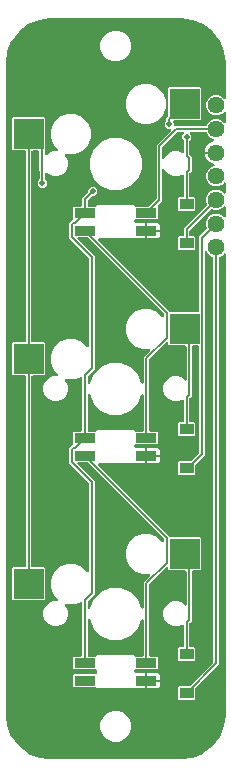
<source format=gbl>
G04 EAGLE Gerber RS-274X export*
G75*
%MOMM*%
%FSLAX34Y34*%
%LPD*%
%INBottom Copper*%
%IPPOS*%
%AMOC8*
5,1,8,0,0,1.08239X$1,22.5*%
G01*
G04 Define Apertures*
%ADD10C,1.440000*%
%ADD11R,1.220000X0.910000*%
%ADD12R,2.500000X2.550000*%
%ADD13R,1.800000X0.820000*%
%ADD14C,0.502400*%
%ADD15C,0.200000*%
G36*
X55381Y-313741D02*
X55250Y-313750D01*
X-55250Y-313750D01*
X-55381Y-313741D01*
X-64957Y-312481D01*
X-65209Y-312413D01*
X-74133Y-308717D01*
X-74359Y-308586D01*
X-82022Y-302706D01*
X-82206Y-302522D01*
X-88086Y-294859D01*
X-88217Y-294633D01*
X-91913Y-285709D01*
X-91981Y-285457D01*
X-93241Y-275881D01*
X-93250Y-275750D01*
X-93250Y275750D01*
X-93241Y275881D01*
X-91981Y285457D01*
X-91913Y285709D01*
X-88217Y294633D01*
X-88086Y294859D01*
X-82206Y302522D01*
X-82022Y302706D01*
X-74359Y308586D01*
X-74133Y308717D01*
X-65209Y312413D01*
X-64957Y312481D01*
X-55381Y313741D01*
X-55250Y313750D01*
X55250Y313750D01*
X55381Y313741D01*
X64957Y312481D01*
X65209Y312413D01*
X74133Y308717D01*
X74359Y308586D01*
X82022Y302706D01*
X82206Y302522D01*
X88086Y294859D01*
X88217Y294633D01*
X91913Y285709D01*
X91981Y285457D01*
X93241Y275881D01*
X93250Y275750D01*
X93250Y246143D01*
X93188Y245797D01*
X92979Y245458D01*
X92655Y245228D01*
X92266Y245143D01*
X91875Y245216D01*
X91543Y245436D01*
X89798Y247181D01*
X86685Y248470D01*
X83315Y248470D01*
X80202Y247181D01*
X77820Y244798D01*
X76530Y241685D01*
X76530Y238315D01*
X77820Y235202D01*
X80202Y232820D01*
X83315Y231530D01*
X86685Y231530D01*
X89798Y232820D01*
X91543Y234565D01*
X91831Y234765D01*
X92218Y234857D01*
X92611Y234790D01*
X92946Y234576D01*
X93171Y234247D01*
X93250Y233857D01*
X93250Y226143D01*
X93188Y225797D01*
X92979Y225458D01*
X92655Y225228D01*
X92266Y225143D01*
X91875Y225216D01*
X91543Y225436D01*
X89798Y227181D01*
X86685Y228470D01*
X83315Y228470D01*
X80202Y227181D01*
X77820Y224798D01*
X77028Y222887D01*
X76823Y222574D01*
X76494Y222349D01*
X76104Y222270D01*
X50082Y222270D01*
X49722Y222337D01*
X49386Y222552D01*
X49161Y222880D01*
X49082Y223270D01*
X49082Y225467D01*
X48976Y225573D01*
X48775Y225861D01*
X48683Y226248D01*
X48750Y226641D01*
X48965Y226976D01*
X49293Y227201D01*
X49683Y227280D01*
X71426Y227280D01*
X72170Y228024D01*
X72170Y254576D01*
X71426Y255320D01*
X45374Y255320D01*
X44630Y254576D01*
X44630Y231154D01*
X44557Y230779D01*
X44337Y230447D01*
X43030Y229140D01*
X43030Y227393D01*
X42957Y227017D01*
X42737Y226686D01*
X41518Y225467D01*
X41518Y222333D01*
X43733Y220118D01*
X45894Y220118D01*
X46239Y220056D01*
X46578Y219847D01*
X46808Y219523D01*
X46893Y219134D01*
X46820Y218743D01*
X46601Y218411D01*
X34830Y206640D01*
X34830Y161555D01*
X34757Y161180D01*
X34537Y160848D01*
X28352Y154663D01*
X28035Y154449D01*
X27645Y154370D01*
X16899Y154370D01*
X16539Y154437D01*
X16203Y154652D01*
X15978Y154980D01*
X15899Y155370D01*
X15899Y155500D01*
X-16101Y155500D01*
X-16101Y155370D01*
X-16168Y155010D01*
X-16383Y154674D01*
X-16711Y154449D01*
X-17101Y154370D01*
X-22831Y154370D01*
X-23192Y154437D01*
X-23527Y154652D01*
X-23752Y154980D01*
X-23831Y155370D01*
X-23831Y159045D01*
X-23758Y159420D01*
X-23538Y159752D01*
X-20165Y163125D01*
X-19848Y163339D01*
X-19458Y163418D01*
X-17733Y163418D01*
X-15518Y165633D01*
X-15518Y168767D01*
X-17733Y170982D01*
X-20867Y170982D01*
X-23082Y168767D01*
X-23082Y167042D01*
X-23155Y166667D01*
X-23375Y166335D01*
X-28371Y161339D01*
X-28371Y155370D01*
X-28438Y155010D01*
X-28653Y154674D01*
X-28981Y154449D01*
X-29371Y154370D01*
X-35627Y154370D01*
X-36371Y153626D01*
X-36371Y144374D01*
X-36344Y144347D01*
X-36143Y144059D01*
X-36052Y143672D01*
X-36119Y143280D01*
X-36333Y142944D01*
X-36661Y142719D01*
X-36964Y142658D01*
X-39641Y139981D01*
X-39641Y128019D01*
X-22663Y111041D01*
X-22449Y110724D01*
X-22370Y110334D01*
X-22370Y36126D01*
X-22432Y35780D01*
X-22641Y35442D01*
X-22965Y35211D01*
X-23354Y35126D01*
X-23745Y35199D01*
X-24077Y35419D01*
X-28470Y39812D01*
X-34718Y42400D01*
X-41482Y42400D01*
X-47730Y39812D01*
X-52512Y35030D01*
X-55100Y28782D01*
X-55100Y22018D01*
X-52512Y15770D01*
X-48949Y12207D01*
X-48748Y11919D01*
X-48656Y11532D01*
X-48723Y11140D01*
X-48938Y10804D01*
X-49266Y10579D01*
X-49656Y10500D01*
X-52889Y10500D01*
X-56748Y8901D01*
X-59701Y5948D01*
X-61300Y2089D01*
X-61300Y-2089D01*
X-59701Y-5948D01*
X-56748Y-8901D01*
X-52889Y-10500D01*
X-48711Y-10500D01*
X-44852Y-8901D01*
X-41899Y-5948D01*
X-40300Y-2089D01*
X-40300Y2089D01*
X-41899Y5948D01*
X-42825Y6874D01*
X-43022Y7155D01*
X-43117Y7541D01*
X-43053Y7934D01*
X-42841Y8271D01*
X-42515Y8499D01*
X-42126Y8581D01*
X-41735Y8505D01*
X-41482Y8400D01*
X-34718Y8400D01*
X-29754Y10457D01*
X-29403Y10532D01*
X-29011Y10465D01*
X-28675Y10251D01*
X-28450Y9923D01*
X-28371Y9533D01*
X-28371Y-35130D01*
X-28438Y-35491D01*
X-28653Y-35826D01*
X-28981Y-36051D01*
X-29371Y-36130D01*
X-35627Y-36130D01*
X-36371Y-36874D01*
X-36371Y-46126D01*
X-36344Y-46153D01*
X-36143Y-46441D01*
X-36052Y-46828D01*
X-36119Y-47221D01*
X-36333Y-47556D01*
X-36661Y-47781D01*
X-36964Y-47842D01*
X-39641Y-50519D01*
X-39641Y-62481D01*
X-22663Y-79459D01*
X-22449Y-79776D01*
X-22370Y-80166D01*
X-22370Y-154374D01*
X-22432Y-154720D01*
X-22641Y-155058D01*
X-22965Y-155289D01*
X-23354Y-155374D01*
X-23745Y-155301D01*
X-24077Y-155081D01*
X-28470Y-150688D01*
X-34718Y-148100D01*
X-41482Y-148100D01*
X-47730Y-150688D01*
X-52512Y-155470D01*
X-55100Y-161718D01*
X-55100Y-168482D01*
X-52512Y-174730D01*
X-48949Y-178293D01*
X-48748Y-178581D01*
X-48656Y-178968D01*
X-48723Y-179361D01*
X-48938Y-179696D01*
X-49266Y-179921D01*
X-49656Y-180000D01*
X-52889Y-180000D01*
X-56748Y-181599D01*
X-59701Y-184552D01*
X-61300Y-188411D01*
X-61300Y-192589D01*
X-59701Y-196448D01*
X-56748Y-199401D01*
X-52889Y-201000D01*
X-48711Y-201000D01*
X-44852Y-199401D01*
X-41899Y-196448D01*
X-40300Y-192589D01*
X-40300Y-188411D01*
X-41899Y-184552D01*
X-42825Y-183626D01*
X-43022Y-183345D01*
X-43117Y-182959D01*
X-43053Y-182566D01*
X-42841Y-182229D01*
X-42515Y-182001D01*
X-42126Y-181919D01*
X-41735Y-181995D01*
X-41482Y-182100D01*
X-34718Y-182100D01*
X-29754Y-180044D01*
X-29403Y-179968D01*
X-29011Y-180035D01*
X-28675Y-180249D01*
X-28450Y-180577D01*
X-28371Y-180967D01*
X-28371Y-225630D01*
X-28438Y-225991D01*
X-28653Y-226326D01*
X-28981Y-226551D01*
X-29371Y-226630D01*
X-35627Y-226630D01*
X-36371Y-227374D01*
X-36371Y-236626D01*
X-35627Y-237370D01*
X-17101Y-237370D01*
X-16741Y-237437D01*
X-16405Y-237652D01*
X-16180Y-237980D01*
X-16101Y-238370D01*
X-16101Y-240630D01*
X-16168Y-240991D01*
X-16383Y-241326D01*
X-16711Y-241551D01*
X-17101Y-241630D01*
X-35627Y-241630D01*
X-36371Y-242374D01*
X-36371Y-251626D01*
X-35627Y-252370D01*
X-17101Y-252370D01*
X-16741Y-252437D01*
X-16405Y-252652D01*
X-16180Y-252980D01*
X-16101Y-253370D01*
X-16101Y-253500D01*
X15293Y-253500D01*
X15668Y-253573D01*
X15769Y-253640D01*
X25137Y-253640D01*
X25137Y-240360D01*
X16899Y-240360D01*
X16539Y-240293D01*
X16203Y-240078D01*
X15978Y-239750D01*
X15899Y-239360D01*
X15899Y-238370D01*
X15966Y-238010D01*
X16181Y-237674D01*
X16509Y-237449D01*
X16899Y-237370D01*
X35425Y-237370D01*
X36169Y-236626D01*
X36169Y-227374D01*
X35425Y-226630D01*
X29169Y-226630D01*
X28809Y-226563D01*
X28473Y-226348D01*
X28248Y-226020D01*
X28169Y-225630D01*
X28169Y-166011D01*
X28242Y-165636D01*
X28462Y-165304D01*
X42923Y-150843D01*
X43211Y-150642D01*
X43598Y-150551D01*
X43991Y-150618D01*
X44326Y-150832D01*
X44551Y-151160D01*
X44630Y-151550D01*
X44630Y-152976D01*
X45374Y-153720D01*
X59030Y-153720D01*
X59391Y-153787D01*
X59726Y-154002D01*
X59951Y-154330D01*
X60030Y-154720D01*
X60030Y-182467D01*
X59968Y-182812D01*
X59759Y-183151D01*
X59435Y-183381D01*
X59046Y-183466D01*
X58655Y-183393D01*
X58323Y-183174D01*
X56748Y-181599D01*
X52889Y-180000D01*
X48711Y-180000D01*
X44852Y-181599D01*
X41899Y-184552D01*
X40300Y-188411D01*
X40300Y-192589D01*
X41899Y-196448D01*
X44852Y-199401D01*
X48711Y-201000D01*
X52889Y-201000D01*
X56347Y-199567D01*
X56698Y-199492D01*
X57091Y-199558D01*
X57426Y-199773D01*
X57651Y-200101D01*
X57730Y-200491D01*
X57730Y-217830D01*
X57663Y-218191D01*
X57448Y-218526D01*
X57120Y-218751D01*
X56730Y-218830D01*
X53374Y-218830D01*
X52630Y-219574D01*
X52630Y-229726D01*
X53374Y-230470D01*
X66626Y-230470D01*
X67370Y-229726D01*
X67370Y-219574D01*
X66626Y-218830D01*
X63270Y-218830D01*
X62910Y-218763D01*
X62574Y-218548D01*
X62349Y-218220D01*
X62270Y-217830D01*
X62270Y-198918D01*
X62343Y-198543D01*
X62563Y-198211D01*
X64570Y-196204D01*
X64570Y-154720D01*
X64637Y-154360D01*
X64852Y-154024D01*
X65180Y-153799D01*
X65570Y-153720D01*
X71426Y-153720D01*
X72170Y-152976D01*
X72170Y-126424D01*
X71426Y-125680D01*
X46670Y-125680D01*
X46310Y-125613D01*
X45974Y-125398D01*
X45902Y-125292D01*
X-14684Y-64707D01*
X-14884Y-64419D01*
X-14976Y-64032D01*
X-14909Y-63640D01*
X-14695Y-63304D01*
X-14367Y-63079D01*
X-13977Y-63000D01*
X15293Y-63000D01*
X15668Y-63073D01*
X15769Y-63140D01*
X25137Y-63140D01*
X25137Y-49860D01*
X16899Y-49860D01*
X16539Y-49793D01*
X16203Y-49578D01*
X15978Y-49250D01*
X15899Y-48860D01*
X15899Y-47870D01*
X15966Y-47510D01*
X16181Y-47174D01*
X16509Y-46949D01*
X16899Y-46870D01*
X35425Y-46870D01*
X36169Y-46126D01*
X36169Y-36874D01*
X35425Y-36130D01*
X29169Y-36130D01*
X28809Y-36063D01*
X28473Y-35848D01*
X28248Y-35520D01*
X28169Y-35130D01*
X28169Y24489D01*
X28242Y24864D01*
X28462Y25196D01*
X42923Y39657D01*
X43211Y39858D01*
X43598Y39949D01*
X43991Y39882D01*
X44326Y39668D01*
X44551Y39340D01*
X44630Y38950D01*
X44630Y37524D01*
X45374Y36780D01*
X59030Y36780D01*
X59391Y36713D01*
X59726Y36498D01*
X59951Y36170D01*
X60030Y35780D01*
X60030Y8033D01*
X59968Y7688D01*
X59759Y7349D01*
X59435Y7119D01*
X59046Y7034D01*
X58655Y7107D01*
X58323Y7326D01*
X56748Y8901D01*
X52889Y10500D01*
X48711Y10500D01*
X44852Y8901D01*
X41899Y5948D01*
X40300Y2089D01*
X40300Y-2089D01*
X41899Y-5948D01*
X44852Y-8901D01*
X48711Y-10500D01*
X52889Y-10500D01*
X56347Y-9067D01*
X56698Y-8992D01*
X57091Y-9058D01*
X57426Y-9273D01*
X57651Y-9601D01*
X57730Y-9991D01*
X57730Y-27330D01*
X57663Y-27691D01*
X57448Y-28026D01*
X57120Y-28251D01*
X56730Y-28330D01*
X53374Y-28330D01*
X52630Y-29074D01*
X52630Y-39226D01*
X53374Y-39970D01*
X66626Y-39970D01*
X67370Y-39226D01*
X67370Y-29074D01*
X66626Y-28330D01*
X63270Y-28330D01*
X62910Y-28263D01*
X62574Y-28048D01*
X62349Y-27720D01*
X62270Y-27330D01*
X62270Y-8418D01*
X62343Y-8043D01*
X62563Y-7711D01*
X64570Y-5704D01*
X64570Y35780D01*
X64637Y36141D01*
X64852Y36476D01*
X65180Y36701D01*
X65570Y36780D01*
X69900Y36780D01*
X70261Y36713D01*
X70596Y36498D01*
X70821Y36170D01*
X70900Y35780D01*
X70900Y-53876D01*
X70827Y-54251D01*
X70607Y-54583D01*
X64453Y-60737D01*
X64136Y-60951D01*
X63746Y-61030D01*
X53374Y-61030D01*
X52630Y-61774D01*
X52630Y-71926D01*
X53374Y-72670D01*
X66626Y-72670D01*
X67370Y-71926D01*
X67370Y-64654D01*
X67443Y-64279D01*
X67663Y-63947D01*
X75440Y-56170D01*
X75440Y115919D01*
X75499Y116257D01*
X75705Y116598D01*
X76028Y116831D01*
X76416Y116919D01*
X76808Y116849D01*
X77141Y116632D01*
X77364Y116302D01*
X77820Y115202D01*
X80202Y112820D01*
X82113Y112028D01*
X82426Y111823D01*
X82651Y111494D01*
X82730Y111104D01*
X82730Y-230996D01*
X82657Y-231371D01*
X82437Y-231703D01*
X62903Y-251237D01*
X62586Y-251451D01*
X62196Y-251530D01*
X53374Y-251530D01*
X52630Y-252274D01*
X52630Y-262426D01*
X53374Y-263170D01*
X66626Y-263170D01*
X67370Y-262426D01*
X67370Y-253604D01*
X67443Y-253229D01*
X67663Y-252897D01*
X87270Y-233290D01*
X87270Y111104D01*
X87340Y111472D01*
X87557Y111806D01*
X87887Y112028D01*
X89798Y112820D01*
X91543Y114565D01*
X91831Y114765D01*
X92218Y114857D01*
X92611Y114790D01*
X92946Y114576D01*
X93171Y114247D01*
X93250Y113857D01*
X93250Y-275750D01*
X93241Y-275881D01*
X91981Y-285457D01*
X91913Y-285709D01*
X88217Y-294633D01*
X88086Y-294859D01*
X82206Y-302522D01*
X82022Y-302706D01*
X74359Y-308586D01*
X74133Y-308717D01*
X65209Y-312413D01*
X64957Y-312481D01*
X55381Y-313741D01*
G37*
%LPC*%
G36*
X-2586Y277287D02*
X2586Y277287D01*
X7364Y279266D01*
X11021Y282923D01*
X13000Y287701D01*
X13000Y292873D01*
X11021Y297651D01*
X7364Y301308D01*
X2586Y303287D01*
X-2586Y303287D01*
X-7364Y301308D01*
X-11021Y297651D01*
X-13000Y292873D01*
X-13000Y287701D01*
X-11021Y282923D01*
X-7364Y279266D01*
X-2586Y277287D01*
G37*
G36*
X22018Y224300D02*
X28782Y224300D01*
X35030Y226888D01*
X39812Y231670D01*
X42400Y237918D01*
X42400Y244682D01*
X39812Y250930D01*
X35030Y255712D01*
X28782Y258300D01*
X22018Y258300D01*
X15770Y255712D01*
X10988Y250930D01*
X8400Y244682D01*
X8400Y237918D01*
X10988Y231670D01*
X15770Y226888D01*
X22018Y224300D01*
G37*
G36*
X-86626Y-179120D02*
X-60574Y-179120D01*
X-59830Y-178376D01*
X-59830Y-151824D01*
X-60574Y-151080D01*
X-70330Y-151080D01*
X-70691Y-151013D01*
X-71026Y-150798D01*
X-71251Y-150470D01*
X-71330Y-150080D01*
X-71330Y10380D01*
X-71263Y10741D01*
X-71048Y11076D01*
X-70720Y11301D01*
X-70330Y11380D01*
X-60574Y11380D01*
X-59830Y12124D01*
X-59830Y38676D01*
X-60574Y39420D01*
X-70330Y39420D01*
X-70691Y39487D01*
X-71026Y39702D01*
X-71251Y40030D01*
X-71330Y40420D01*
X-71330Y200880D01*
X-71263Y201241D01*
X-71048Y201576D01*
X-70720Y201801D01*
X-70330Y201880D01*
X-65570Y201880D01*
X-65210Y201813D01*
X-64874Y201598D01*
X-64649Y201270D01*
X-64570Y200880D01*
X-64570Y184703D01*
X-64549Y184672D01*
X-64470Y184282D01*
X-64470Y177693D01*
X-64543Y177317D01*
X-64763Y176986D01*
X-65982Y175767D01*
X-65982Y172633D01*
X-63767Y170418D01*
X-60633Y170418D01*
X-58418Y172633D01*
X-58418Y175767D01*
X-59637Y176986D01*
X-59851Y177303D01*
X-59930Y177693D01*
X-59930Y182367D01*
X-59868Y182712D01*
X-59659Y183051D01*
X-59335Y183281D01*
X-58946Y183366D01*
X-58555Y183293D01*
X-58223Y183074D01*
X-56748Y181599D01*
X-52889Y180000D01*
X-48711Y180000D01*
X-44852Y181599D01*
X-41899Y184552D01*
X-40300Y188411D01*
X-40300Y192589D01*
X-41899Y196448D01*
X-42825Y197374D01*
X-43022Y197655D01*
X-43117Y198041D01*
X-43053Y198434D01*
X-42841Y198771D01*
X-42515Y198999D01*
X-42126Y199081D01*
X-41735Y199005D01*
X-41482Y198900D01*
X-34718Y198900D01*
X-28470Y201488D01*
X-23688Y206270D01*
X-21100Y212518D01*
X-21100Y219282D01*
X-23688Y225530D01*
X-28470Y230312D01*
X-34718Y232900D01*
X-41482Y232900D01*
X-47730Y230312D01*
X-52512Y225530D01*
X-55100Y219282D01*
X-55100Y212518D01*
X-52512Y206270D01*
X-48949Y202707D01*
X-48748Y202419D01*
X-48656Y202032D01*
X-48723Y201640D01*
X-48938Y201304D01*
X-49266Y201079D01*
X-49656Y201000D01*
X-52889Y201000D01*
X-56748Y199401D01*
X-58323Y197826D01*
X-58611Y197626D01*
X-58998Y197534D01*
X-59391Y197601D01*
X-59726Y197815D01*
X-59951Y198143D01*
X-60030Y198533D01*
X-60030Y202010D01*
X-59957Y202385D01*
X-59830Y202577D01*
X-59830Y229176D01*
X-60574Y229920D01*
X-86626Y229920D01*
X-87370Y229176D01*
X-87370Y202624D01*
X-86626Y201880D01*
X-76870Y201880D01*
X-76510Y201813D01*
X-76174Y201598D01*
X-75949Y201270D01*
X-75870Y200880D01*
X-75870Y40420D01*
X-75937Y40060D01*
X-76152Y39724D01*
X-76480Y39499D01*
X-76870Y39420D01*
X-86626Y39420D01*
X-87370Y38676D01*
X-87370Y12124D01*
X-86626Y11380D01*
X-76870Y11380D01*
X-76510Y11313D01*
X-76174Y11098D01*
X-75949Y10770D01*
X-75870Y10380D01*
X-75870Y-150080D01*
X-75937Y-150441D01*
X-76152Y-150776D01*
X-76480Y-151001D01*
X-76870Y-151080D01*
X-86626Y-151080D01*
X-87370Y-151824D01*
X-87370Y-178376D01*
X-86626Y-179120D01*
G37*
G36*
X-4376Y168498D02*
X4376Y168498D01*
X12463Y171848D01*
X18652Y178037D01*
X22002Y186124D01*
X22002Y194876D01*
X18652Y202963D01*
X12463Y209152D01*
X4376Y212502D01*
X-4376Y212502D01*
X-12463Y209152D01*
X-18652Y202963D01*
X-22002Y194876D01*
X-22002Y186124D01*
X-18652Y178037D01*
X-12463Y171848D01*
X-4376Y168498D01*
G37*
G36*
X26661Y-55738D02*
X37439Y-55738D01*
X37439Y-51348D01*
X35951Y-49860D01*
X26661Y-49860D01*
X26661Y-55738D01*
G37*
G36*
X26661Y-63140D02*
X35951Y-63140D01*
X37439Y-61652D01*
X37439Y-57262D01*
X26661Y-57262D01*
X26661Y-63140D01*
G37*
G36*
X26661Y-246238D02*
X37439Y-246238D01*
X37439Y-241848D01*
X35951Y-240360D01*
X26661Y-240360D01*
X26661Y-246238D01*
G37*
G36*
X26661Y-253640D02*
X35951Y-253640D01*
X37439Y-252152D01*
X37439Y-247762D01*
X26661Y-247762D01*
X26661Y-253640D01*
G37*
G36*
X-2586Y-298750D02*
X2586Y-298750D01*
X7364Y-296771D01*
X11021Y-293114D01*
X13000Y-288336D01*
X13000Y-283164D01*
X11021Y-278386D01*
X7364Y-274729D01*
X2586Y-272750D01*
X-2586Y-272750D01*
X-7364Y-274729D01*
X-11021Y-278386D01*
X-13000Y-283164D01*
X-13000Y-288336D01*
X-11021Y-293114D01*
X-7364Y-296771D01*
X-2586Y-298750D01*
G37*
%LPD*%
G36*
X70290Y64899D02*
X69900Y64820D01*
X46670Y64820D01*
X46310Y64887D01*
X45974Y65102D01*
X45902Y65208D01*
X-14684Y125793D01*
X-14884Y126081D01*
X-14976Y126468D01*
X-14909Y126861D01*
X-14695Y127196D01*
X-14367Y127421D01*
X-13977Y127500D01*
X15293Y127500D01*
X15668Y127427D01*
X15769Y127360D01*
X25137Y127360D01*
X25137Y140640D01*
X16899Y140640D01*
X16539Y140707D01*
X16203Y140922D01*
X15978Y141250D01*
X15899Y141640D01*
X15899Y142630D01*
X15966Y142991D01*
X16181Y143326D01*
X16509Y143551D01*
X16899Y143630D01*
X35425Y143630D01*
X36169Y144374D01*
X36169Y153626D01*
X35659Y154136D01*
X35452Y154438D01*
X35367Y154827D01*
X35439Y155218D01*
X35659Y155550D01*
X39370Y159261D01*
X39370Y185629D01*
X39429Y185967D01*
X39635Y186308D01*
X39958Y186541D01*
X40346Y186629D01*
X40738Y186559D01*
X41071Y186342D01*
X41294Y186012D01*
X41899Y184552D01*
X44852Y181599D01*
X48711Y180000D01*
X52889Y180000D01*
X56347Y181433D01*
X56698Y181508D01*
X57091Y181442D01*
X57426Y181227D01*
X57651Y180899D01*
X57730Y180509D01*
X57730Y163170D01*
X57663Y162810D01*
X57448Y162474D01*
X57120Y162249D01*
X56730Y162170D01*
X53374Y162170D01*
X52630Y161426D01*
X52630Y151274D01*
X53374Y150530D01*
X66626Y150530D01*
X67370Y151274D01*
X67370Y161426D01*
X66626Y162170D01*
X63270Y162170D01*
X62910Y162237D01*
X62574Y162452D01*
X62349Y162780D01*
X62270Y163170D01*
X62270Y182082D01*
X62343Y182457D01*
X62563Y182789D01*
X64570Y184796D01*
X64570Y196204D01*
X62763Y198011D01*
X62549Y198328D01*
X62470Y198718D01*
X62470Y210007D01*
X62543Y210383D01*
X62763Y210714D01*
X63982Y211933D01*
X63982Y215067D01*
X63026Y216023D01*
X62825Y216311D01*
X62733Y216698D01*
X62800Y217091D01*
X63015Y217426D01*
X63343Y217651D01*
X63733Y217730D01*
X76104Y217730D01*
X76472Y217660D01*
X76806Y217443D01*
X77028Y217113D01*
X77820Y215202D01*
X80202Y212820D01*
X83119Y211611D01*
X83415Y211422D01*
X83648Y211099D01*
X83736Y210711D01*
X83666Y210319D01*
X83449Y209986D01*
X83119Y209763D01*
X79483Y208257D01*
X76743Y205517D01*
X75260Y201937D01*
X75260Y200762D01*
X85762Y200762D01*
X85762Y199238D01*
X75260Y199238D01*
X75260Y198063D01*
X76743Y194483D01*
X79483Y191743D01*
X83119Y190237D01*
X83415Y190047D01*
X83648Y189725D01*
X83736Y189337D01*
X83666Y188945D01*
X83449Y188611D01*
X83119Y188389D01*
X80202Y187181D01*
X77820Y184798D01*
X76530Y181685D01*
X76530Y178315D01*
X77820Y175202D01*
X80202Y172820D01*
X83315Y171530D01*
X86685Y171530D01*
X89798Y172820D01*
X91543Y174565D01*
X91831Y174765D01*
X92218Y174857D01*
X92611Y174790D01*
X92946Y174576D01*
X93171Y174247D01*
X93250Y173857D01*
X93250Y166143D01*
X93188Y165797D01*
X92979Y165458D01*
X92655Y165228D01*
X92266Y165143D01*
X91875Y165216D01*
X91543Y165436D01*
X89798Y167181D01*
X86685Y168470D01*
X83315Y168470D01*
X80202Y167181D01*
X77820Y164798D01*
X76530Y161685D01*
X76530Y158315D01*
X77321Y156405D01*
X77397Y156038D01*
X77324Y155647D01*
X77105Y155315D01*
X57730Y135940D01*
X57730Y130470D01*
X57663Y130110D01*
X57448Y129774D01*
X57120Y129549D01*
X56730Y129470D01*
X53374Y129470D01*
X52630Y128726D01*
X52630Y118574D01*
X53374Y117830D01*
X66626Y117830D01*
X67370Y118574D01*
X67370Y128726D01*
X66626Y129470D01*
X63270Y129470D01*
X62910Y129537D01*
X62574Y129752D01*
X62349Y130080D01*
X62270Y130470D01*
X62270Y133646D01*
X62343Y134021D01*
X62563Y134353D01*
X80315Y152105D01*
X80625Y152315D01*
X81014Y152397D01*
X81405Y152321D01*
X83315Y151530D01*
X86685Y151530D01*
X89798Y152820D01*
X91543Y154565D01*
X91831Y154765D01*
X92218Y154857D01*
X92611Y154790D01*
X92946Y154576D01*
X93171Y154247D01*
X93250Y153857D01*
X93250Y146143D01*
X93188Y145797D01*
X92979Y145458D01*
X92655Y145228D01*
X92266Y145143D01*
X91875Y145216D01*
X91543Y145436D01*
X89798Y147181D01*
X86685Y148470D01*
X83315Y148470D01*
X80202Y147181D01*
X77820Y144798D01*
X76530Y141685D01*
X76530Y138315D01*
X77321Y136405D01*
X77397Y136038D01*
X77324Y135647D01*
X77105Y135315D01*
X70900Y129110D01*
X70900Y65820D01*
X70833Y65460D01*
X70618Y65124D01*
X70290Y64899D01*
G37*
%LPC*%
G36*
X26661Y134762D02*
X37439Y134762D01*
X37439Y139152D01*
X35951Y140640D01*
X26661Y140640D01*
X26661Y134762D01*
G37*
G36*
X26661Y127360D02*
X35951Y127360D01*
X37439Y128848D01*
X37439Y133238D01*
X26661Y133238D01*
X26661Y127360D01*
G37*
%LPD*%
G36*
X40789Y194463D02*
X40402Y194371D01*
X40010Y194438D01*
X39674Y194652D01*
X39449Y194981D01*
X39370Y195371D01*
X39370Y204346D01*
X39443Y204721D01*
X39663Y205053D01*
X52047Y217437D01*
X52364Y217651D01*
X52754Y217730D01*
X56667Y217730D01*
X57013Y217668D01*
X57351Y217459D01*
X57582Y217135D01*
X57667Y216746D01*
X57594Y216355D01*
X57374Y216023D01*
X56418Y215067D01*
X56418Y211933D01*
X57637Y210714D01*
X57851Y210397D01*
X57930Y210007D01*
X57930Y200408D01*
X57866Y200055D01*
X57654Y199718D01*
X57327Y199491D01*
X56938Y199408D01*
X56547Y199485D01*
X52889Y201000D01*
X48711Y201000D01*
X44852Y199401D01*
X41899Y196448D01*
X41294Y194988D01*
X41110Y194698D01*
X40789Y194463D01*
G37*
G36*
X-22412Y4080D02*
X-22799Y3989D01*
X-23192Y4055D01*
X-23527Y4270D01*
X-23752Y4598D01*
X-23831Y4988D01*
X-23831Y10589D01*
X-23758Y10964D01*
X-23538Y11296D01*
X-17830Y17004D01*
X-17830Y112629D01*
X-32124Y126923D01*
X-32325Y127211D01*
X-32416Y127598D01*
X-32350Y127991D01*
X-32135Y128326D01*
X-31807Y128551D01*
X-31417Y128630D01*
X-24355Y128630D01*
X-23980Y128557D01*
X-23648Y128337D01*
X40837Y63852D01*
X41051Y63535D01*
X41130Y63145D01*
X41130Y61526D01*
X41068Y61180D01*
X40859Y60842D01*
X40535Y60611D01*
X40146Y60526D01*
X39755Y60599D01*
X39423Y60819D01*
X35030Y65212D01*
X28782Y67800D01*
X22018Y67800D01*
X15770Y65212D01*
X10988Y60430D01*
X8400Y54182D01*
X8400Y47418D01*
X10988Y41170D01*
X15770Y36388D01*
X22018Y33800D01*
X28231Y33800D01*
X28577Y33738D01*
X28916Y33529D01*
X29146Y33205D01*
X29231Y32816D01*
X29158Y32425D01*
X28939Y32093D01*
X23629Y26783D01*
X23629Y5476D01*
X23570Y5138D01*
X23364Y4798D01*
X23041Y4565D01*
X22653Y4476D01*
X22261Y4546D01*
X21928Y4763D01*
X21705Y5093D01*
X18652Y12463D01*
X12463Y18652D01*
X4376Y22002D01*
X-4376Y22002D01*
X-12463Y18652D01*
X-18652Y12463D01*
X-21907Y4606D01*
X-22091Y4316D01*
X-22412Y4080D01*
G37*
G36*
X-16711Y-36051D02*
X-17101Y-36130D01*
X-22831Y-36130D01*
X-23192Y-36063D01*
X-23527Y-35848D01*
X-23752Y-35520D01*
X-23831Y-35130D01*
X-23831Y-4988D01*
X-23772Y-4650D01*
X-23566Y-4310D01*
X-23243Y-4077D01*
X-22855Y-3989D01*
X-22463Y-4058D01*
X-22130Y-4276D01*
X-21907Y-4606D01*
X-18652Y-12463D01*
X-12463Y-18652D01*
X-4376Y-22002D01*
X4376Y-22002D01*
X12463Y-18652D01*
X18652Y-12463D01*
X21705Y-5093D01*
X21889Y-4803D01*
X22210Y-4568D01*
X22597Y-4476D01*
X22990Y-4543D01*
X23325Y-4758D01*
X23550Y-5086D01*
X23629Y-5476D01*
X23629Y-35130D01*
X23562Y-35491D01*
X23347Y-35826D01*
X23019Y-36051D01*
X22629Y-36130D01*
X16899Y-36130D01*
X16539Y-36063D01*
X16203Y-35848D01*
X15978Y-35520D01*
X15899Y-35130D01*
X15899Y-35000D01*
X-16101Y-35000D01*
X-16101Y-35130D01*
X-16168Y-35491D01*
X-16383Y-35826D01*
X-16711Y-36051D01*
G37*
G36*
X-22412Y-186420D02*
X-22799Y-186511D01*
X-23192Y-186445D01*
X-23527Y-186230D01*
X-23752Y-185902D01*
X-23831Y-185512D01*
X-23831Y-179911D01*
X-23758Y-179536D01*
X-23538Y-179204D01*
X-17830Y-173496D01*
X-17830Y-77871D01*
X-32124Y-63577D01*
X-32325Y-63289D01*
X-32416Y-62902D01*
X-32350Y-62510D01*
X-32135Y-62174D01*
X-31807Y-61949D01*
X-31417Y-61870D01*
X-24355Y-61870D01*
X-23980Y-61943D01*
X-23648Y-62163D01*
X40837Y-126648D01*
X41051Y-126965D01*
X41130Y-127355D01*
X41130Y-128974D01*
X41068Y-129320D01*
X40859Y-129658D01*
X40535Y-129889D01*
X40146Y-129974D01*
X39755Y-129901D01*
X39423Y-129681D01*
X35030Y-125288D01*
X28782Y-122700D01*
X22018Y-122700D01*
X15770Y-125288D01*
X10988Y-130070D01*
X8400Y-136318D01*
X8400Y-143082D01*
X10988Y-149330D01*
X15770Y-154112D01*
X22018Y-156700D01*
X28231Y-156700D01*
X28577Y-156762D01*
X28916Y-156971D01*
X29146Y-157295D01*
X29231Y-157684D01*
X29158Y-158075D01*
X28939Y-158407D01*
X23629Y-163717D01*
X23629Y-185024D01*
X23570Y-185362D01*
X23364Y-185703D01*
X23041Y-185935D01*
X22653Y-186024D01*
X22261Y-185954D01*
X21928Y-185737D01*
X21705Y-185407D01*
X18652Y-178037D01*
X12463Y-171848D01*
X4376Y-168498D01*
X-4376Y-168498D01*
X-12463Y-171848D01*
X-18652Y-178037D01*
X-21907Y-185894D01*
X-22091Y-186184D01*
X-22412Y-186420D01*
G37*
G36*
X-16711Y-226551D02*
X-17101Y-226630D01*
X-22831Y-226630D01*
X-23192Y-226563D01*
X-23527Y-226348D01*
X-23752Y-226020D01*
X-23831Y-225630D01*
X-23831Y-195488D01*
X-23772Y-195150D01*
X-23566Y-194810D01*
X-23243Y-194577D01*
X-22855Y-194489D01*
X-22463Y-194558D01*
X-22130Y-194776D01*
X-21907Y-195106D01*
X-18652Y-202963D01*
X-12463Y-209152D01*
X-4376Y-212502D01*
X4376Y-212502D01*
X12463Y-209152D01*
X18652Y-202963D01*
X21705Y-195593D01*
X21889Y-195303D01*
X22210Y-195068D01*
X22597Y-194976D01*
X22990Y-195043D01*
X23325Y-195258D01*
X23550Y-195586D01*
X23629Y-195976D01*
X23629Y-225630D01*
X23562Y-225991D01*
X23347Y-226326D01*
X23019Y-226551D01*
X22629Y-226630D01*
X16899Y-226630D01*
X16539Y-226563D01*
X16203Y-226348D01*
X15978Y-226020D01*
X15899Y-225630D01*
X15899Y-225500D01*
X-16101Y-225500D01*
X-16101Y-225630D01*
X-16168Y-225991D01*
X-16383Y-226326D01*
X-16711Y-226551D01*
G37*
D10*
X85000Y160000D03*
X85000Y140000D03*
X85000Y120000D03*
D11*
X60000Y123650D03*
X60000Y156350D03*
X60000Y-66850D03*
X60000Y-34150D03*
X60000Y-257350D03*
X60000Y-224650D03*
D10*
X85000Y180000D03*
D12*
X-73600Y215900D03*
X58400Y241300D03*
X-73600Y25400D03*
X58400Y50800D03*
X-73600Y-165100D03*
X58400Y-139700D03*
D13*
X25899Y149000D03*
X25899Y134000D03*
X-26101Y134000D03*
X-26101Y149000D03*
X25899Y-41500D03*
X25899Y-56500D03*
X-26101Y-56500D03*
X-26101Y-41500D03*
X25899Y-232000D03*
X25899Y-247000D03*
X-26101Y-247000D03*
X-26101Y-232000D03*
D10*
X85000Y200000D03*
X85000Y220000D03*
X85000Y240000D03*
D14*
X60200Y213500D03*
D15*
X60000Y183437D02*
X60000Y156350D01*
X60000Y183437D02*
X62300Y185737D01*
X62300Y195264D01*
X60200Y197364D01*
X60200Y213500D01*
D14*
X45300Y223900D03*
D15*
X45300Y228200D01*
X58400Y241300D01*
X62300Y-4764D02*
X60000Y-7064D01*
X60000Y-34150D01*
X62300Y46900D02*
X58400Y50800D01*
X62300Y46900D02*
X62300Y-4764D01*
X62300Y-195264D02*
X60000Y-197564D01*
X60000Y-224650D01*
X62300Y-143600D02*
X58400Y-139700D01*
X62300Y-143600D02*
X62300Y-195264D01*
X-73600Y25400D02*
X-73600Y215900D01*
X-73600Y25400D02*
X-73600Y-165100D01*
D14*
X-62200Y174200D03*
D15*
X-62200Y185637D01*
X-62300Y185737D01*
X-62300Y204600D02*
X-73600Y215900D01*
X-62300Y204600D02*
X-62300Y185737D01*
X60000Y135000D02*
X60000Y123650D01*
X60000Y135000D02*
X85000Y160000D01*
X73170Y128170D02*
X73170Y-55230D01*
X73170Y128170D02*
X85000Y140000D01*
X73170Y-55230D02*
X61550Y-66850D01*
X60000Y-66850D01*
X85000Y-232350D02*
X60000Y-257350D01*
X85000Y-232350D02*
X85000Y120000D01*
D14*
X-79200Y271500D03*
X84100Y277800D03*
X-77900Y-273500D03*
X82100Y-275200D03*
X74700Y-221600D03*
X-62500Y-226100D03*
X-50300Y-107500D03*
X45700Y-79200D03*
X-47800Y-25100D03*
X39100Y19200D03*
X-53031Y158069D03*
X25000Y215800D03*
X27500Y173400D03*
X48600Y170300D03*
X27500Y198800D03*
X-4800Y-140900D03*
X-18900Y-25600D03*
X-4900Y40200D03*
X-9700Y93300D03*
X15100Y-217000D03*
X-17700Y-215400D03*
X15700Y-164300D03*
X50300Y207600D03*
D15*
X25899Y25843D02*
X25899Y-41500D01*
X25899Y25843D02*
X43400Y43344D01*
X43400Y64499D02*
X-26101Y134000D01*
X43400Y64499D02*
X43400Y43344D01*
X25899Y-164657D02*
X25899Y-232000D01*
X25899Y-164657D02*
X43400Y-147156D01*
X43400Y-126001D02*
X-26101Y-56500D01*
X43400Y-126001D02*
X43400Y-147156D01*
D14*
X-19300Y167200D03*
D15*
X-26101Y160399D01*
X-26101Y149000D01*
X-36041Y140370D02*
X-37371Y139040D01*
X-37371Y128960D01*
X-20100Y17944D02*
X-26101Y11943D01*
X-26101Y-41500D01*
X-34731Y140370D02*
X-26101Y149000D01*
X-34731Y140370D02*
X-36041Y140370D01*
X-37371Y128960D02*
X-20100Y111689D01*
X-20100Y17944D01*
X-36041Y-50130D02*
X-37371Y-51460D01*
X-37371Y-61540D01*
X-20100Y-172556D02*
X-26101Y-178557D01*
X-26101Y-232000D01*
X-34731Y-50130D02*
X-26101Y-41500D01*
X-34731Y-50130D02*
X-36041Y-50130D01*
X-37371Y-61540D02*
X-20100Y-78811D01*
X-20100Y-172556D01*
X25899Y149000D02*
X37100Y160201D01*
X37100Y205700D01*
X51400Y220000D01*
X85000Y220000D01*
M02*

</source>
